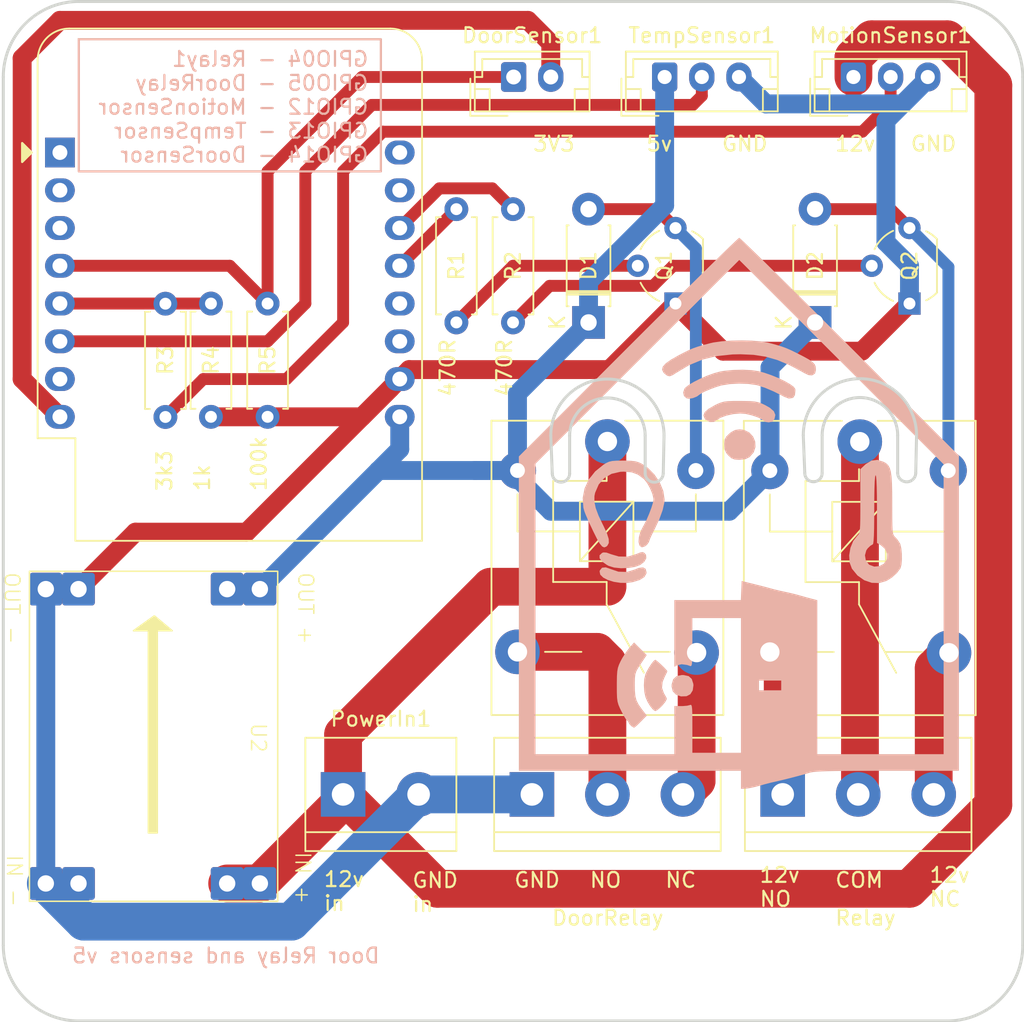
<source format=kicad_pcb>
(kicad_pcb (version 20221018) (generator pcbnew)
  (layers (0 "F.Cu" signal) (31 "B.Cu" signal) (34 "B.Paste" user) (35 "F.Paste" user) (36 "B.SilkS" user "B.Silkscreen") (37 "F.SilkS" user "F.Silkscreen") (38 "B.Mask" user) (39 "F.Mask" user) (44 "Edge.Cuts" user))
  (net 0 "")
  (net 1 "/Relay1_NC")
  (net 3 "/Relay1_NO")
  (net 4 "/R2_NC")
  (net 5 "/R2_COM")
  (net 6 "/R2_NO")
  (net 7 "+12V")
  (net 8 "GND")
  (net 9 "/Door_Sensor")
  (net 10 "+5V")
  (net 11 "/Temp_Sensor")
  (net 12 "/Relay1")
  (net 13 "/Relay2")
  (net 18 "+3.3V")
  (net 19 "/Motion_Sensor")
  (net 23 "Net-(MotionSensor1-Pin_2)")
  (net 24 "Net-(D1-A)")
  (net 25 "Net-(Q1-B)")
  (net 26 "Net-(D2-A)")
  (net 27 "Net-(Q2-B)")
  (footprint "TerminalBlock:TerminalBlock_bornier-3_P5.08mm" (layer "F.Cu") (at 86.36 78.74)
    (fp_text reference "DoorRelay1" hide)
    (fp_text value "Screw_Terminal_01x03")
    (pad "1" thru_hole rect (at 0 0) (size 3 3) (drill 1.52) (layers "*.Cu" "*.Mask") (net 8 "GND"))
    (pad "2" thru_hole circle (at 5.08 0) (size 3 3) (drill 1.52) (layers "*.Cu" "*.Mask") (net 3 "/Relay1_NO"))
    (pad "3" thru_hole circle (at 10.16 0) (size 3 3) (drill 1.52) (layers "*.Cu" "*.Mask") (net 1 "/Relay1_NC"))
  )
  (footprint "Diode_THT:D_DO-41_SOD81_P7.62mm_Horizontal" (layer "F.Cu") (at 90.17 46.99 90)
    (fp_text reference "D1" (at 3.81 0 90) (layer "F.SilkS"))
    (fp_text value "1N4001")
    (fp_text user "K" (at 0 -2.1 90) (layer "F.SilkS"))
    (pad "1" thru_hole rect (at 0 0 90) (size 2.2 2.2) (drill 1.1) (layers "*.Cu" "*.Mask") (net 10 "+5V"))
    (pad "2" thru_hole oval (at 7.62 0 90) (size 2.2 2.2) (drill 1.1) (layers "*.Cu" "*.Mask") (net 24 "Net-(D1-A)"))
  )
  (footprint "Connector_JST:JST_EH_B2B-EH-A_1x02_P2.50mm_Vertical" (layer "F.Cu") (at 85.13 30.48)
    (fp_text reference "DoorSensor1" (at 1.25 -2.8) (layer "F.SilkS"))
    (fp_text value "Conn_01x02_Pin")
    (pad "1" thru_hole roundrect (at 0 0) (size 1.7 2) (drill 1) (layers "*.Cu" "*.Mask") (roundrect_rratio 0.1470588235) (net 9 "/Door_Sensor"))
    (pad "2" thru_hole oval (at 2.5 0) (size 1.7 2) (drill 1) (layers "*.Cu" "*.Mask") (net 18 "+3.3V"))
  )
  (footprint "Package_TO_SOT_THT:TO-92_Wide" (layer "F.Cu") (at 96.02 45.72 90)
    (fp_text reference "Q1" (at 2.54 -0.77 90) (layer "F.SilkS"))
    (fp_text value "2N3904")
    (pad "1" thru_hole rect (at 0 0 90) (size 1.5 1.5) (drill 0.8) (layers "*.Cu" "*.Mask") (net 8 "GND"))
    (pad "2" thru_hole circle (at 2.54 -2.54 90) (size 1.5 1.5) (drill 0.8) (layers "*.Cu" "*.Mask") (net 25 "Net-(Q1-B)"))
    (pad "3" thru_hole circle (at 5.08 0 90) (size 1.5 1.5) (drill 0.8) (layers "*.Cu" "*.Mask") (net 24 "Net-(D1-A)"))
  )
  (footprint "Resistor_THT:R_Axial_DIN0207_L6.3mm_D2.5mm_P7.62mm_Horizontal" (layer "F.Cu") (at 85.09 46.99 90)
    (fp_text reference "R2" (at 3.81 0 90) (layer "F.SilkS"))
    (fp_text value "1K")
    (pad "1" thru_hole circle (at 0 0 90) (size 1.6 1.6) (drill 0.8) (layers "*.Cu" "*.Mask") (net 27 "Net-(Q2-B)"))
    (pad "2" thru_hole oval (at 7.62 0 90) (size 1.6 1.6) (drill 0.8) (layers "*.Cu" "*.Mask") (net 13 "/Relay2"))
  )
  (footprint "TerminalBlock:TerminalBlock_bornier-3_P5.08mm" (layer "F.Cu") (at 103.230206 78.74)
    (fp_text reference "Relay1" hide)
    (fp_text value "Screw_Terminal_01x03")
    (pad "1" thru_hole rect (at 0 0) (size 3 3) (drill 1.52) (layers "*.Cu" "*.Mask") (net 6 "/R2_NO"))
    (pad "2" thru_hole circle (at 5.08 0) (size 3 3) (drill 1.52) (layers "*.Cu" "*.Mask") (net 5 "/R2_COM"))
    (pad "3" thru_hole circle (at 10.16 0) (size 3 3) (drill 1.52) (layers "*.Cu" "*.Mask") (net 4 "/R2_NC"))
  )
  (footprint "mini360:buck_converter 16.8x22,14" (layer "F.Cu") (at 60.96 74.93 -90)
    (fp_text reference "U2" (at 0 -7 -90 unlocked) (layer "F.SilkS") (effects (font (thickness 0.1))))
    (fp_text value "mini-360")
    (fp_text user "OUT -" (at -11.2 10.16 -90 unlocked) (layer "F.SilkS") (effects (font (thickness 0.1)) (justify left bottom)))
    (fp_text user "OUT +" (at -11.2 -9.6 -90 unlocked) (layer "F.SilkS") (effects (font (thickness 0.1)) (justify left bottom)))
    (fp_text user "IN -" (at 7.8 10 -90 unlocked) (layer "F.SilkS") (effects (font (thickness 0.1)) (justify left bottom)))
    (fp_text user "IN +" (at 7.6 -9.4 -90 unlocked) (layer "F.SilkS") (effects (font (thickness 0.1)) (justify left bottom)))
    (pad "1" thru_hole roundrect (at 9.8 5.1 270) (size 2.2 2.2) (drill 1.1) (layers "*.Cu" "*.Mask") (roundrect_rratio 0.09090909091) (net 8 "GND"))
    (pad "1" thru_hole roundrect (at 9.8 7.3 270) (size 2.2 2.2) (drill 1.1) (layers "*.Cu" "*.Mask") (roundrect_rratio 0.09090909091) (net 8 "GND"))
    (pad "2" thru_hole roundrect (at 9.8 -7.1 270) (size 2.2 2.2) (drill 1.1) (layers "*.Cu" "*.Mask") (roundrect_rratio 0.09090909091) (net 7 "+12V"))
    (pad "2" thru_hole roundrect (at 9.8 -4.9 270) (size 2.2 2.2) (drill 1.1) (layers "*.Cu" "*.Mask") (roundrect_rratio 0.09090909091) (net 7 "+12V"))
    (pad "3" thru_hole roundrect (at -10 5.1 270) (size 2.2 2.2) (drill 1.1) (layers "*.Cu" "*.Mask") (roundrect_rratio 0.09090909091) (net 8 "GND"))
    (pad "3" thru_hole roundrect (at -10 7.3 270) (size 2.2 2.2) (drill 1.1) (layers "*.Cu" "*.Mask") (roundrect_rratio 0.09090909091) (net 8 "GND"))
    (pad "4" thru_hole roundrect (at -10 -7.1 270) (size 2.2 2.2) (drill 1.1) (layers "*.Cu" "*.Mask") (roundrect_rratio 0.09090909091) (net 10 "+5V"))
    (pad "4" thru_hole roundrect (at -10 -4.9 270) (size 2.2 2.2) (drill 1.1) (layers "*.Cu" "*.Mask") (roundrect_rratio 0.09090909091) (net 10 "+5V"))
  )
  (footprint "Relay_THT:Relay_SPDT_SANYOU_SRD_Series_Form_C" (layer "F.Cu") (at 108.416818 55.009562 -90)
    (fp_text reference "K2" hide)
    (fp_text value "SANYOU_SRD_Form_C")
    (pad "1" thru_hole circle (at 0 0) (size 3 3) (drill 1.3) (layers "*.Cu" "*.Mask") (net 5 "/R2_COM"))
    (pad "2" thru_hole circle (at 1.95 6.05) (size 2.5 2.5) (drill 1) (layers "*.Cu" "*.Mask") (net 10 "+5V"))
    (pad "3" thru_hole circle (at 14.15 6.05) (size 3 3) (drill 1.3) (layers "*.Cu" "*.Mask") (net 6 "/R2_NO"))
    (pad "4" thru_hole circle (at 14.2 -6) (size 3 3) (drill 1.3) (layers "*.Cu" "*.Mask") (net 4 "/R2_NC"))
    (pad "5" thru_hole circle (at 1.95 -5.95) (size 2.5 2.5) (drill 1) (layers "*.Cu" "*.Mask") (net 26 "Net-(D2-A)"))
  )
  (footprint "TerminalBlock:TerminalBlock_bornier-2_P5.08mm" (layer "F.Cu") (at 73.66 78.74)
    (fp_text reference "PowerIn1" (at 2.54 -5.08) (layer "F.SilkS"))
    (fp_text value "Screw_Terminal_01x02")
    (pad "1" thru_hole rect (at 0 0) (size 3 3) (drill 1.52) (layers "*.Cu" "*.Mask") (net 7 "+12V"))
    (pad "2" thru_hole circle (at 5.08 0) (size 3 3) (drill 1.52) (layers "*.Cu" "*.Mask") (net 8 "GND"))
  )
  (footprint "Relay_THT:Relay_SPDT_SANYOU_SRD_Series_Form_C" (layer "F.Cu") (at 91.44 55 -90)
    (fp_text reference "K1" hide)
    (fp_text value "SANYOU_SRD_Form_C")
    (pad "1" thru_hole circle (at 0 0) (size 3 3) (drill 1.3) (layers "*.Cu" "*.Mask") (net 7 "+12V"))
    (pad "2" thru_hole circle (at 1.95 6.05) (size 2.5 2.5) (drill 1) (layers "*.Cu" "*.Mask") (net 10 "+5V"))
    (pad "3" thru_hole circle (at 14.15 6.05) (size 3 3) (drill 1.3) (layers "*.Cu" "*.Mask") (net 3 "/Relay1_NO"))
    (pad "4" thru_hole circle (at 14.2 -6) (size 3 3) (drill 1.3) (layers "*.Cu" "*.Mask") (net 1 "/Relay1_NC"))
    (pad "5" thru_hole circle (at 1.95 -5.95) (size 2.5 2.5) (drill 1) (layers "*.Cu" "*.Mask") (net 24 "Net-(D1-A)"))
  )
  (footprint "Resistor_THT:R_Axial_DIN0207_L6.3mm_D2.5mm_P7.62mm_Horizontal" (layer "F.Cu") (at 61.705783 53.349927 90)
    (fp_text reference "R3" (at 3.81 0 90) (layer "F.SilkS"))
    (fp_text value "3K3")
    (pad "1" thru_hole circle (at 0 0 90) (size 1.6 1.6) (drill 0.8) (layers "*.Cu" "*.Mask") (net 23 "Net-(MotionSensor1-Pin_2)"))
    (pad "2" thru_hole oval (at 7.62 0 90) (size 1.6 1.6) (drill 0.8) (layers "*.Cu" "*.Mask") (net 19 "/Motion_Sensor"))
  )
  (footprint "Diode_THT:D_DO-41_SOD81_P7.62mm_Horizontal" (layer "F.Cu") (at 105.41 46.99 90)
    (fp_text reference "D2" (at 3.81 0 90) (layer "F.SilkS"))
    (fp_text value "1N4001")
    (fp_text user "K" (at 0 -2.1 90) (layer "F.SilkS"))
    (pad "1" thru_hole rect (at 0 0 90) (size 2.2 2.2) (drill 1.1) (layers "*.Cu" "*.Mask") (net 10 "+5V"))
    (pad "2" thru_hole oval (at 7.62 0 90) (size 2.2 2.2) (drill 1.1) (layers "*.Cu" "*.Mask") (net 26 "Net-(D2-A)"))
  )
  (footprint "Connector_JST:JST_EH_B3B-EH-A_1x03_P2.50mm_Vertical" (layer "F.Cu") (at 107.99 30.48)
    (fp_text reference "MotionSensor1" (at 2.5 -2.8) (layer "F.SilkS"))
    (fp_text value "Conn_01x03_Pin")
    (pad "1" thru_hole roundrect (at 0 0) (size 1.7 1.95) (drill 0.95) (layers "*.Cu" "*.Mask") (roundrect_rratio 0.1470588235) (net 7 "+12V"))
    (pad "2" thru_hole oval (at 2.5 0) (size 1.7 1.95) (drill 0.95) (layers "*.Cu" "*.Mask") (net 23 "Net-(MotionSensor1-Pin_2)"))
    (pad "3" thru_hole oval (at 5 0) (size 1.7 1.95) (drill 0.95) (layers "*.Cu" "*.Mask") (net 8 "GND"))
  )
  (footprint "Resistor_THT:R_Axial_DIN0207_L6.3mm_D2.5mm_P7.62mm_Horizontal" (layer "F.Cu") (at 81.28 46.99 90)
    (fp_text reference "R1" (at 3.81 0 90) (layer "F.SilkS"))
    (fp_text value "1K")
    (pad "1" thru_hole circle (at 0 0 90) (size 1.6 1.6) (drill 0.8) (layers "*.Cu" "*.Mask") (net 25 "Net-(Q1-B)"))
    (pad "2" thru_hole oval (at 7.62 0 90) (size 1.6 1.6) (drill 0.8) (layers "*.Cu" "*.Mask") (net 12 "/Relay1"))
  )
  (footprint "Package_TO_SOT_THT:TO-92_Wide" (layer "F.Cu") (at 111.76 45.72 90)
    (fp_text reference "Q2" (at 2.54 0 90) (layer "F.SilkS"))
    (fp_text value "2N3904")
    (pad "1" thru_hole rect (at 0 0 90) (size 1.5 1.5) (drill 0.8) (layers "*.Cu" "*.Mask") (net 8 "GND"))
    (pad "2" thru_hole circle (at 2.54 -2.54 90) (size 1.5 1.5) (drill 0.8) (layers "*.Cu" "*.Mask") (net 27 "Net-(Q2-B)"))
    (pad "3" thru_hole circle (at 5.08 0 90) (size 1.5 1.5) (drill 0.8) (layers "*.Cu" "*.Mask") (net 26 "Net-(D2-A)"))
  )
  (footprint "Resistor_THT:R_Axial_DIN0207_L6.3mm_D2.5mm_P7.62mm_Horizontal" (layer "F.Cu") (at 68.58 45.72 -90)
    (fp_text reference "R5" (at 3.81 0 90) (layer "F.SilkS"))
    (fp_text value "100k")
    (pad "1" thru_hole circle (at 0 0 270) (size 1.6 1.6) (drill 0.8) (layers "*.Cu" "*.Mask") (net 9 "/Door_Sensor"))
    (pad "2" thru_hole oval (at 7.62 0 270) (size 1.6 1.6) (drill 0.8) (layers "*.Cu" "*.Mask") (net 8 "GND"))
  )
  (footprint "Module:WEMOS_D1_mini_light" (layer "F.Cu") (at 54.61 35.56)
    (fp_text reference "U1" hide)
    (fp_text value "WeMos_D1_mini")
    (pad "1" thru_hole rect (at 0 0) (size 2 2) (drill 1) (layers "*.Cu" "*.Mask"))
    (pad "2" thru_hole oval (at 0 2.54) (size 2 1.6) (drill 1) (layers "*.Cu" "*.Mask"))
    (pad "3" thru_hole oval (at 0 5.08) (size 2 1.6) (drill 1) (layers "*.Cu" "*.Mask"))
    (pad "4" thru_hole oval (at 0 7.62) (size 2 1.6) (drill 1) (layers "*.Cu" "*.Mask") (net 9 "/Door_Sensor"))
    (pad "5" thru_hole oval (at 0 10.16) (size 2 1.6) (drill 1) (layers "*.Cu" "*.Mask") (net 19 "/Motion_Sensor"))
    (pad "6" thru_hole oval (at 0 12.7) (size 2 1.6) (drill 1) (layers "*.Cu" "*.Mask") (net 11 "/Temp_Sensor"))
    (pad "7" thru_hole oval (at 0 15.24) (size 2 1.6) (drill 1) (layers "*.Cu" "*.Mask"))
    (pad "8" thru_hole oval (at 0 17.78) (size 2 1.6) (drill 1) (layers "*.Cu" "*.Mask") (net 18 "+3.3V"))
    (pad "9" thru_hole oval (at 22.86 17.78) (size 2 1.6) (drill 1) (layers "*.Cu" "*.Mask") (net 10 "+5V"))
    (pad "10" thru_hole oval (at 22.86 15.24) (size 2 1.6) (drill 1) (layers "*.Cu" "*.Mask") (net 8 "GND"))
    (pad "11" thru_hole oval (at 22.86 12.7) (size 2 1.6) (drill 1) (layers "*.Cu" "*.Mask"))
    (pad "12" thru_hole oval (at 22.86 10.16) (size 2 1.6) (drill 1) (layers "*.Cu" "*.Mask"))
    (pad "13" thru_hole oval (at 22.86 7.62) (size 2 1.6) (drill 1) (layers "*.Cu" "*.Mask") (net 12 "/Relay1"))
    (pad "14" thru_hole oval (at 22.86 5.08) (size 2 1.6) (drill 1) (layers "*.Cu" "*.Mask") (net 13 "/Relay2"))
    (pad "15" thru_hole oval (at 22.86 2.54) (size 2 1.6) (drill 1) (layers "*.Cu" "*.Mask"))
    (pad "16" thru_hole oval (at 22.86 0) (size 2 1.6) (drill 1) (layers "*.Cu" "*.Mask"))
  )
  (footprint "Resistor_THT:R_Axial_DIN0207_L6.3mm_D2.5mm_P7.62mm_Horizontal" (layer "F.Cu") (at 64.77 53.34 90)
    (fp_text reference "R4" (at 3.81 0 90) (layer "F.SilkS"))
    (fp_text value "1K")
    (pad "1" thru_hole circle (at 0 0 90) (size 1.6 1.6) (drill 0.8) (layers "*.Cu" "*.Mask") (net 8 "GND"))
    (pad "2" thru_hole oval (at 7.62 0 90) (size 1.6 1.6) (drill 0.8) (layers "*.Cu" "*.Mask") (net 19 "/Motion_Sensor"))
  )
  (footprint "Connector_JST:JST_EH_B3B-EH-A_1x03_P2.50mm_Vertical" (layer "F.Cu") (at 95.29 30.48)
    (fp_text reference "TempSensor1" (at 2.5 -2.8) (layer "F.SilkS"))
    (fp_text value "Conn_01x03_Pin")
    (pad "1" thru_hole roundrect (at 0 0) (size 1.7 1.95) (drill 0.95) (layers "*.Cu" "*.Mask") (roundrect_rratio 0.1470588235) (net 10 "+5V"))
    (pad "2" thru_hole oval (at 2.5 0) (size 1.7 1.95) (drill 0.95) (layers "*.Cu" "*.Mask") (net 11 "/Temp_Sensor"))
    (pad "3" thru_hole oval (at 5 0) (size 1.7 1.95) (drill 0.95) (layers "*.Cu" "*.Mask") (net 8 "GND"))
  )
  (footprint "LOGO" (layer "B.Cu") (at 100.33 59.69 180)
    (fp_text reference "G***" hide)
    (fp_text value "LOGO" hide)
  )
  (gr_arc (start 104.615694 54.583435) (mid 108.425694 50.773435) (end 112.235694 54.583435) (stroke (width 0.2)) (layer "Edge.Cuts"))
  (gr_arc (start 95.195417 57.14848) (mid 94.588447 57.73951) (end 93.980001 57.15) (stroke (width 0.2)) (layer "Edge.Cuts"))
  (gr_arc (start 114.3 25.400001) (mid 117.892102 26.887898) (end 119.379999 30.48) (stroke (width 0.2)) (layer "Edge.Cuts"))
  (gr_arc (start 55.88 93.98) (mid 52.287898 92.492102) (end 50.8 88.9) (stroke (width 0.2)) (layer "Edge.Cuts"))
  (gr_line (start 87.63 54.61) (end 87.730918 57.150001) (stroke (width 0.2)) (layer "Edge.Cuts"))
  (gr_arc (start 88.9 54.61) (mid 91.44 52.07) (end 93.98 54.61) (stroke (width 0.2)) (layer "Edge.Cuts"))
  (gr_line (start 55.88 93.98) (end 114.3 93.98) (stroke (width 0.2)) (layer "Edge.Cuts"))
  (gr_arc (start 119.38 88.9) (mid 117.892102 92.492102) (end 114.3 93.98) (stroke (width 0.2)) (layer "Edge.Cuts"))
  (gr_line (start 110.965694 54.583435) (end 110.965695 57.123435) (stroke (width 0.2)) (layer "Edge.Cuts"))
  (gr_arc (start 112.181111 57.121915) (mid 111.574141 57.712966) (end 110.965695 57.123435) (stroke (width 0.2)) (layer "Edge.Cuts"))
  (gr_line (start 88.9 54.61) (end 88.9 57.15) (stroke (width 0.2)) (layer "Edge.Cuts"))
  (gr_arc (start 105.885694 57.123435) (mid 105.301153 57.707941) (end 104.716612 57.123436) (stroke (width 0.2)) (layer "Edge.Cuts"))
  (gr_line (start 50.8 30.48) (end 50.8 88.9) (stroke (width 0.2)) (layer "Edge.Cuts"))
  (gr_arc (start 105.885694 54.583435) (mid 108.425694 52.043435) (end 110.965694 54.583435) (stroke (width 0.2)) (layer "Edge.Cuts"))
  (gr_arc (start 50.8 30.48) (mid 52.287898 26.887898) (end 55.88 25.4) (stroke (width 0.2)) (layer "Edge.Cuts"))
  (gr_line (start 95.25 54.61) (end 95.195417 57.14848) (stroke (width 0.2)) (layer "Edge.Cuts"))
  (gr_line (start 114.3 25.400001) (end 55.88 25.4) (stroke (width 0.2)) (layer "Edge.Cuts"))
  (gr_line (start 105.885694 54.583435) (end 105.885694 57.123435) (stroke (width 0.2)) (layer "Edge.Cuts"))
  (gr_line (start 119.38 88.9) (end 119.379999 30.48) (stroke (width 0.2)) (layer "Edge.Cuts"))
  (gr_line (start 112.235694 54.583435) (end 112.181111 57.121915) (stroke (width 0.2)) (layer "Edge.Cuts"))
  (gr_line (start 93.98 54.61) (end 93.980001 57.15) (stroke (width 0.2)) (layer "Edge.Cuts"))
  (gr_arc (start 87.63 54.61) (mid 91.44 50.8) (end 95.25 54.61) (stroke (width 0.2)) (layer "Edge.Cuts"))
  (gr_arc (start 88.9 57.15) (mid 88.315459 57.734459) (end 87.730918 57.150001) (stroke (width 0.2)) (layer "Edge.Cuts"))
  (gr_line (start 104.615694 54.583435) (end 104.716612 57.123436) (stroke (width 0.2)) (layer "Edge.Cuts"))
  (gr_text "Door Relay and sensors v5\n" (at 76.2 90.17) (layer "B.SilkS") (effects (font (size 1 1)) (justify left bottom mirror)))
  (gr_text "1k" (at 64.77 58.42 90) (layer "F.SilkS") (effects (font (size 1 1)) (justify left bottom)))
  (gr_text "3k3" (at 62.23 58.42 90) (layer "F.SilkS") (effects (font (size 1 1)) (justify left bottom)))
  (gr_text "470R" (at 81.28 52.07 90) (layer "F.SilkS") (effects (font (size 1 1)) (justify left bottom)))
  (gr_text "GND\n" (at 111.76 35.56) (layer "F.SilkS") (effects (font (size 1 1)) (justify left bottom)))
  (gr_text "COM\n" (at 106.68 85.09) (layer "F.SilkS") (effects (font (size 1 1)) (justify left bottom)))
  (gr_text "12v\n" (at 106.68 35.56) (layer "F.SilkS") (effects (font (size 1 1)) (justify left bottom)))
  (gr_text "DoorRelay" (at 87.63 87.63) (layer "F.SilkS") (effects (font (size 1 1)) (justify left bottom)))
  (gr_text "12v\nNC\n" (at 113.03 86.36) (layer "F.SilkS") (effects (font (size 1 1)) (justify left bottom)))
  (gr_text "470R" (at 85.09 52.07 90) (layer "F.SilkS") (effects (font (size 1 1)) (justify left bottom)))
  (gr_text "12v\nNO" (at 101.6 86.36) (layer "F.SilkS") (effects (font (size 1 1)) (justify left bottom)))
  (gr_text "Relay" (at 106.68 87.63) (layer "F.SilkS") (effects (font (size 1 1)) (justify left bottom)))
  (gr_text "GND" (at 85.09 85.09) (layer "F.SilkS") (effects (font (size 1 1)) (justify left bottom)))
  (gr_text "NO" (at 90.17 85.09) (layer "F.SilkS") (effects (font (size 1 1)) (justify left bottom)))
  (gr_text "NC\n" (at 95.25 85.09) (layer "F.SilkS") (effects (font (size 1 1)) (justify left bottom)))
  (gr_text "GND\nin" (at 78.235077 86.710146) (layer "F.SilkS") (effects (font (size 1 1)) (justify left bottom)))
  (gr_text "GND" (at 99.06 35.56) (layer "F.SilkS") (effects (font (size 1 1)) (justify left bottom)))
  (gr_text "5v" (at 93.98 35.56) (layer "F.SilkS") (effects (font (size 1 1)) (justify left bottom)))
  (gr_text "100k" (at 68.58 58.42 90) (layer "F.SilkS") (effects (font (size 1 1)) (justify left bottom)))
  (gr_text "3V3" (at 86.36 35.56) (layer "F.SilkS") (effects (font (size 1 1)) (justify left bottom)))
  (gr_text "12v\nin" (at 72.285938 86.644044) (layer "F.SilkS") (effects (font (size 1 1)) (justify left bottom)))
  (gr_text_box "GPIO04 - Relay1\nGPIO05 - DoorRelay\nGPIO12 - MotionSensor\nGPIO13 - TempSensor\nGPIO14 - DoorSensor" (start 55.88 27.94) (end 76.2 36.83) (layer "B.SilkS") (effects (font (size 1 1)) (justify left top mirror)) (stroke (width 0.15)))
  (segment (start 97.44 77.82) (end 96.52 78.74) (width 2.54) (layer "F.Cu") (net 1))
  (segment (start 97.44 69.2) (end 97.44 77.82) (width 2.54) (layer "F.Cu") (net 1))
  (segment (start 90.74 69.15) (end 91.44 69.85) (width 2.54) (layer "F.Cu") (net 3))
  (segment (start 85.39 69.15) (end 90.74 69.15) (width 2.54) (layer "F.Cu") (net 3))
  (segment (start 91.44 69.85) (end 91.44 78.74) (width 2.54) (layer "F.Cu") (net 3))
  (segment (start 113.390206 78.74) (end 113.390206 70.239286) (width 2.54) (layer "F.Cu") (net 4))
  (segment (start 113.390206 70.239286) (end 114.429492 69.2) (width 2.54) (layer "F.Cu") (net 4))
  (segment (start 108.429492 78.659749) (end 108.429414 78.659827) (width 2.54) (layer "F.Cu") (net 5))
  (segment (start 108.429492 55) (end 108.429492 78.659749) (width 2.54) (layer "F.Cu") (net 5))
  (segment (start 103.230206 70.000714) (end 102.379492 69.15) (width 2.54) (layer "F.Cu") (net 6))
  (segment (start 103.230206 78.74) (end 103.230206 70.000714) (width 2.54) (layer "F.Cu") (net 6))
  (segment (start 114.3 27.94) (end 109.22 27.94) (width 2.54) (layer "F.Cu") (net 7))
  (segment (start 83.59 64.77) (end 91.44 64.77) (width 2.54) (layer "F.Cu") (net 7))
  (segment (start 117.399492 31.039492) (end 114.3 27.94) (width 2.54) (layer "F.Cu") (net 7))
  (segment (start 117.399492 79.450508) (end 117.399492 31.039492) (width 2.54) (layer "F.Cu") (net 7))
  (segment (start 80.01 85.09) (end 111.76 85.09) (width 2.54) (layer "F.Cu") (net 7))
  (segment (start 107.99 29.17) (end 107.99 30.48) (width 2.54) (layer "F.Cu") (net 7))
  (segment (start 73.66 78.74) (end 73.66 79.13) (width 2.54) (layer "F.Cu") (net 7))
  (segment (start 91.44 64.77) (end 91.44 55) (width 2.54) (layer "F.Cu") (net 7))
  (segment (start 73.66 79.13) (end 68.06 84.73) (width 2.54) (layer "F.Cu") (net 7))
  (segment (start 73.66 74.7) (end 83.59 64.77) (width 2.54) (layer "F.Cu") (net 7))
  (segment (start 111.76 85.09) (end 117.399492 79.450508) (width 2.54) (layer "F.Cu") (net 7))
  (segment (start 68.06 84.73) (end 65.86 84.73) (width 2.54) (layer "F.Cu") (net 7))
  (segment (start 73.66 78.74) (end 80.01 85.09) (width 2.54) (layer "F.Cu") (net 7))
  (segment (start 73.66 78.74) (end 73.66 74.7) (width 2.54) (layer "F.Cu") (net 7))
  (segment (start 109.22 27.94) (end 107.99 29.17) (width 2.54) (layer "F.Cu") (net 7))
  (segment (start 96.02 45.72) (end 99.225 48.925) (width 1.27) (layer "F.Cu") (net 8))
  (segment (start 99.225 48.925) (end 108.555 48.925) (width 1.27) (layer "F.Cu") (net 8))
  (segment (start 77.47 50.8) (end 78.106356 50.163644) (width 1.27) (layer "F.Cu") (net 8))
  (segment (start 76.835 51.435) (end 74.93 53.34) (width 1.27) (layer "F.Cu") (net 8))
  (segment (start 91.576356 50.163644) (end 96.02 45.72) (width 1.27) (layer "F.Cu") (net 8))
  (segment (start 74.93 53.34) (end 68.58 53.34) (width 1.27) (layer "F.Cu") (net 8))
  (segment (start 59.69 61.1) (end 55.86 64.93) (width 1.27) (layer "F.Cu") (net 8))
  (segment (start 67.17 61.1) (end 76.835 51.435) (width 1.27) (layer "F.Cu") (net 8))
  (segment (start 77.47 50.8) (end 76.835 51.435) (width 1.27) (layer "F.Cu") (net 8))
  (segment (start 78.106356 50.163644) (end 91.576356 50.163644) (width 1.27) (layer "F.Cu") (net 8))
  (segment (start 68.58 53.34) (end 64.77 53.34) (width 1.27) (layer "F.Cu") (net 8))
  (segment (start 108.555 48.925) (end 111.76 45.72) (width 1.27) (layer "F.Cu") (net 8))
  (segment (start 59.69 61.1) (end 67.17 61.1) (width 1.27) (layer "F.Cu") (net 8))
  (segment (start 53.66 64.93) (end 55.86 64.93) (width 1.27) (layer "B.Cu") (net 8))
  (segment (start 86.36 78.74) (end 78.74 78.74) (width 2.54) (layer "B.Cu") (net 8))
  (segment (start 56.23 87.3) (end 53.66 84.73) (width 2.54) (layer "B.Cu") (net 8))
  (segment (start 70.18 87.3) (end 56.23 87.3) (width 2.54) (layer "B.Cu") (net 8))
  (segment (start 102.1 32.29) (end 111.305 32.29) (width 1.27) (layer "B.Cu") (net 8))
  (segment (start 55.88 64.91) (end 55.86 64.93) (width 1.27) (layer "B.Cu") (net 8))
  (segment (start 112.99 30.605) (end 110.175 33.42) (width 1.27) (layer "B.Cu") (net 8))
  (segment (start 111.305 32.29) (end 112.99 30.605) (width 1.27) (layer "B.Cu") (net 8))
  (segment (start 55.86 84.73) (end 55.86 86.93) (width 1.27) (layer "B.Cu") (net 8))
  (segment (start 53.66 64.93) (end 53.66 84.73) (width 1.27) (layer "B.Cu") (net 8))
  (segment (start 100.29 30.48) (end 102.1 32.29) (width 1.27) (layer "B.Cu") (net 8))
  (segment (start 110.175 41.595) (end 111.76 43.18) (width 1.27) (layer "B.Cu") (net 8))
  (segment (start 112.99 30.605) (end 112.99 30.48) (width 1.27) (layer "B.Cu") (net 8))
  (segment (start 112.99 30.48) (end 112.99 30.355) (width 1.27) (layer "B.Cu") (net 8))
  (segment (start 53.66 84.73) (end 55.86 84.73) (width 1.27) (layer "B.Cu") (net 8))
  (segment (start 100.29 30.48) (end 100.33 30.48) (width 1.27) (layer "B.Cu") (net 8))
  (segment (start 110.175 33.42) (end 110.175 41.595) (width 1.27) (layer "B.Cu") (net 8))
  (segment (start 55.86 86.93) (end 56.23 87.3) (width 1.27) (layer "B.Cu") (net 8))
  (segment (start 78.74 78.74) (end 70.18 87.3) (width 2.54) (layer "B.Cu") (net 8))
  (segment (start 111.76 43.18) (end 111.76 45.72) (width 1.27) (layer "B.Cu") (net 8))
  (segment (start 66.04 43.18) (end 68.58 45.72) (width 0.8) (layer "F.Cu") (net 9))
  (segment (start 54.61 43.18) (end 66.04 43.18) (width 0.8) (layer "F.Cu") (net 9))
  (segment (start 68.58 36.83) (end 74.93 30.48) (width 0.8) (layer "F.Cu") (net 9))
  (segment (start 74.93 30.48) (end 85.13 30.48) (width 0.8) (layer "F.Cu") (net 9))
  (segment (start 68.58 45.72) (end 68.58 36.83) (width 0.8) (layer "F.Cu") (net 9))
  (segment (start 85.09 56.65) (end 85.39 56.95) (width 0.508) (layer "F.Cu") (net 10))
  (segment (start 76.02 56.97) (end 76.04 56.95) (width 1.27) (layer "B.Cu") (net 10))
  (segment (start 85.383662 56.943662) (end 85.39 56.95) (width 0.508) (layer "B.Cu") (net 10))
  (segment (start 90.17 44.248471) (end 90.17 46.99) (width 1.27) (layer "B.Cu") (net 10))
  (segment (start 95.29 39.128471) (end 90.17 44.248471) (width 1.27) (layer "B.Cu") (net 10))
  (segment (start 95.29 30.48) (end 95.29 39.128471) (width 1.27) (layer "B.Cu") (net 10))
  (segment (start 84.89 56.95) (end 87.63 59.69) (width 1.27) (layer "B.Cu") (net 10))
  (segment (start 85.39 51.77) (end 85.39 56.95) (width 1.27) (layer "B.Cu") (net 10))
  (segment (start 87.63 59.69) (end 99.639492 59.69) (width 1.27) (layer "B.Cu") (net 10))
  (segment (start 102.02586 56.596368) (end 102.379492 56.95) (width 0.508) (layer "B.Cu") (net 10))
  (segment (start 90.17 46.99) (end 85.39 51.77) (width 1.27) (layer "B.Cu") (net 10))
  (segment (start 102.379492 50.020508) (end 102.379492 56.95) (width 1.27) (layer "B.Cu") (net 10))
  (segment (start 99.639492 59.69) (end 102.379492 56.95) (width 1.27) (layer "B.Cu") (net 10))
  (segment (start 82.55 56.95) (end 84.89 56.95) (width 1.27) (layer "B.Cu") (net 10))
  (segment (start 76.04 56.95) (end 82.55 56.95) (width 1.27) (layer "B.Cu") (net 10))
  (segment (start 68.06 64.93) (end 76.02 56.97) (width 1.27) (layer "B.Cu") (net 10))
  (segment (start 76.02 56.97) (end 77.47 55.52) (width 1.27) (layer "B.Cu") (net 10))
  (segment (start 82.55 56.95) (end 85.39 56.95) (width 1.27) (layer "B.Cu") (net 10))
  (segment (start 105.41 46.99) (end 102.379492 50.020508) (width 1.27) (layer "B.Cu") (net 10))
  (segment (start 77.47 55.52) (end 77.47 53.34) (width 1.27) (layer "B.Cu") (net 10))
  (segment (start 65.86 64.93) (end 68.06 64.93) (width 1.27) (layer "B.Cu") (net 10))
  (segment (start 102.077611 56.648119) (end 102.379492 56.95) (width 0.508) (layer "B.Cu") (net 10))
  (segment (start 54.61 48.26) (end 68.58 48.26) (width 0.8) (layer "F.Cu") (net 11))
  (segment (start 75.59165 32.35835) (end 97.18165 32.35835) (width 0.8) (layer "F.Cu") (net 11))
  (segment (start 68.58 48.26) (end 71.12 45.72) (width 0.8) (layer "F.Cu") (net 11))
  (segment (start 71.12 45.72) (end 71.12 36.83) (width 0.8) (layer "F.Cu") (net 11))
  (segment (start 97.18165 32.35835) (end 97.79 31.75) (width 0.8) (layer "F.Cu") (net 11))
  (segment (start 71.12 36.83) (end 75.59165 32.35835) (width 0.8) (layer "F.Cu") (net 11))
  (segment (start 97.79 31.75) (end 97.79 30.48) (width 0.8) (layer "F.Cu") (net 11))
  (segment (start 77.47 43.18) (end 81.28 39.37) (width 0.8) (layer "F.Cu") (net 12))
  (segment (start 80.14 37.97) (end 83.69 37.97) (width 0.8) (layer "F.Cu") (net 13))
  (segment (start 83.69 37.97) (end 85.09 39.37) (width 0.8) (layer "F.Cu") (net 13))
  (segment (start 77.47 40.64) (end 80.14 37.97) (width 0.8) (layer "F.Cu") (net 13))
  (segment (start 87.63 28.21) (end 87.63 30.48) (width 1.27) (layer "F.Cu") (net 18))
  (segment (start 52.07 29.21) (end 54.61 26.67) (width 1.27) (layer "F.Cu") (net 18))
  (segment (start 54.61 53.34) (end 52.07 50.8) (width 1.27) (layer "F.Cu") (net 18))
  (segment (start 54.61 26.67) (end 86.09 26.67) (width 1.27) (layer "F.Cu") (net 18))
  (segment (start 52.07 50.8) (end 52.07 29.21) (width 1.27) (layer "F.Cu") (net 18))
  (segment (start 86.09 26.67) (end 87.63 28.21) (width 1.27) (layer "F.Cu") (net 18))
  (segment (start 62.23 45.72) (end 54.61 45.72) (width 0.8) (layer "F.Cu") (net 19))
  (segment (start 64.77 45.72) (end 62.23 45.72) (width 0.8) (layer "F.Cu") (net 19))
  (segment (start 76.33 34.16) (end 73.66 36.83) (width 0.8) (layer "F.Cu") (net 23))
  (segment (start 73.66 36.83) (end 73.66 46.99) (width 0.8) (layer "F.Cu") (net 23))
  (segment (start 69.85 50.8) (end 64.25571 50.8) (width 0.8) (layer "F.Cu") (net 23))
  (segment (start 110.49 30.48) (end 110.49 32.255) (width 0.8) (layer "F.Cu") (net 23))
  (segment (start 64.25571 50.8) (end 61.705783 53.349927) (width 0.8) (layer "F.Cu") (net 23))
  (segment (start 108.585 34.16) (end 76.33 34.16) (width 0.8) (layer "F.Cu") (net 23))
  (segment (start 110.49 32.255) (end 108.585 34.16) (width 0.8) (layer "F.Cu") (net 23))
  (segment (start 73.66 46.99) (end 69.85 50.8) (width 0.8) (layer "F.Cu") (net 23))
  (segment (start 97.79 56.55) (end 97.39 56.95) (width 0.508) (layer "F.Cu") (net 24))
  (segment (start 90.17 39.37) (end 94.75 39.37) (width 0.8) (layer "F.Cu") (net 24))
  (segment (start 94.75 39.37) (end 96.02 40.64) (width 0.8) (layer "F.Cu") (net 24))
  (segment (start 96.02 40.64) (end 97.39 42.01) (width 0.8) (layer "B.Cu") (net 24))
  (segment (start 97.39 42.01) (end 97.39 56.95) (width 0.8) (layer "B.Cu") (net 24))
  (segment (start 97.29 56.85) (end 97.39 56.95) (width 1.27) (layer "B.Cu") (net 24))
  (segment (start 85.09 43.18) (end 93.48 43.18) (width 0.8) (layer "F.Cu") (net 25))
  (segment (start 81.28 46.99) (end 85.09 43.18) (width 0.8) (layer "F.Cu") (net 25))
  (segment (start 105.41 39.37) (end 110.49 39.37) (width 0.8) (layer "F.Cu") (net 26))
  (segment (start 110.49 39.37) (end 111.76 40.64) (width 0.8) (layer "F.Cu") (net 26))
  (segment (start 114.3 56.870508) (end 114.379492 56.95) (width 1.27) (layer "B.Cu") (net 26))
  (segment (start 114.379492 43.259492) (end 114.379492 56.95) (width 0.8) (layer "B.Cu") (net 26))
  (segment (start 111.76 40.64) (end 114.379492 43.259492) (width 0.8) (layer "B.Cu") (net 26))
  (segment (start 85.09 46.99) (end 87.55 44.53) (width 0.8) (layer "F.Cu") (net 27))
  (segment (start 87.55 44.53) (end 94.51 44.53) (width 0.8) (layer "F.Cu") (net 27))
  (segment (start 94.51 44.53) (end 95.86 43.18) (width 0.8) (layer "F.Cu") (net 27))
  (segment (start 95.86 43.18) (end 109.22 43.18) (width 0.8) (layer "F.Cu") (net 27))
)
</source>
